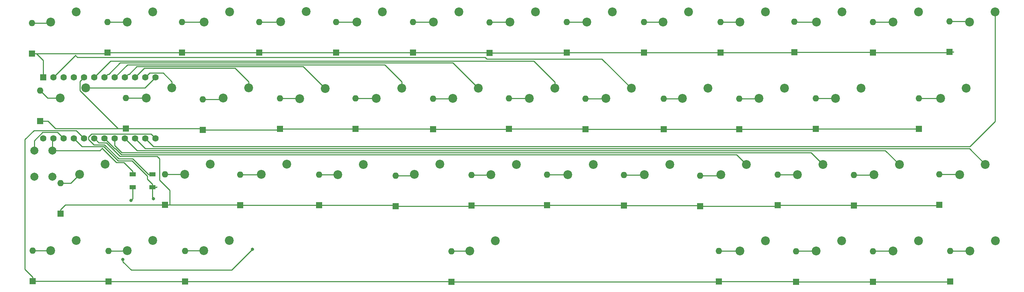
<source format=gtl>
G04 #@! TF.GenerationSoftware,KiCad,Pcbnew,(5.0.2)-1*
G04 #@! TF.CreationDate,2019-01-23T12:21:28-05:00*
G04 #@! TF.ProjectId,TG4x,54473478-2e6b-4696-9361-645f70636258,rev?*
G04 #@! TF.SameCoordinates,Original*
G04 #@! TF.FileFunction,Copper,L1,Top*
G04 #@! TF.FilePolarity,Positive*
%FSLAX46Y46*%
G04 Gerber Fmt 4.6, Leading zero omitted, Abs format (unit mm)*
G04 Created by KiCad (PCBNEW (5.0.2)-1) date 1/23/2019 12:21:28 PM*
%MOMM*%
%LPD*%
G01*
G04 APERTURE LIST*
G04 #@! TA.AperFunction,ComponentPad*
%ADD10C,2.200000*%
G04 #@! TD*
G04 #@! TA.AperFunction,ComponentPad*
%ADD11C,2.000000*%
G04 #@! TD*
G04 #@! TA.AperFunction,ComponentPad*
%ADD12R,1.600000X1.600000*%
G04 #@! TD*
G04 #@! TA.AperFunction,ComponentPad*
%ADD13C,1.600000*%
G04 #@! TD*
G04 #@! TA.AperFunction,ComponentPad*
%ADD14O,1.600000X1.600000*%
G04 #@! TD*
G04 #@! TA.AperFunction,SMDPad,CuDef*
%ADD15R,1.500000X1.000000*%
G04 #@! TD*
G04 #@! TA.AperFunction,ViaPad*
%ADD16C,0.800000*%
G04 #@! TD*
G04 #@! TA.AperFunction,Conductor*
%ADD17C,0.250000*%
G04 #@! TD*
G04 APERTURE END LIST*
D10*
G04 #@! TO.P,SW12,1*
G04 #@! TO.N,Net-(SW10-Pad1)*
X89585800Y-81356200D03*
G04 #@! TO.P,SW12,2*
G04 #@! TO.N,Net-(D12-Pad2)*
X83235800Y-83896200D03*
G04 #@! TD*
D11*
G04 #@! TO.P,SW46,2*
G04 #@! TO.N,Net-(SW46-Pad2)*
X26742000Y-77978000D03*
G04 #@! TO.P,SW46,1*
G04 #@! TO.N,Net-(D46-Pad1)*
X31242000Y-77978000D03*
G04 #@! TO.P,SW46,2*
G04 #@! TO.N,Net-(SW46-Pad2)*
X26742000Y-84478000D03*
G04 #@! TO.P,SW46,1*
G04 #@! TO.N,Net-(D46-Pad1)*
X31242000Y-84478000D03*
G04 #@! TD*
D10*
G04 #@! TO.P,SW4,1*
G04 #@! TO.N,Net-(SW1-Pad1)*
X44323000Y-81356200D03*
G04 #@! TO.P,SW4,2*
G04 #@! TO.N,Net-(D4-Pad2)*
X37973000Y-83896200D03*
G04 #@! TD*
G04 #@! TO.P,SW3,1*
G04 #@! TO.N,Net-(SW1-Pad1)*
X39547800Y-62306200D03*
G04 #@! TO.P,SW3,2*
G04 #@! TO.N,Net-(D3-Pad2)*
X33197800Y-64846200D03*
G04 #@! TD*
D12*
G04 #@! TO.P,U1,1*
G04 #@! TO.N,Net-(D1-Pad1)*
X28956000Y-59690000D03*
D13*
G04 #@! TO.P,U1,2*
G04 #@! TO.N,Net-(SW26-Pad1)*
X31496000Y-59690000D03*
G04 #@! TO.P,U1,3*
G04 #@! TO.N,Net-(U1-Pad3)*
X34036000Y-59690000D03*
G04 #@! TO.P,U1,4*
G04 #@! TO.N,Net-(U1-Pad4)*
X36576000Y-59690000D03*
G04 #@! TO.P,U1,5*
G04 #@! TO.N,Net-(D11-Pad1)*
X39116000Y-59690000D03*
G04 #@! TO.P,U1,6*
G04 #@! TO.N,Net-(SW23-Pad1)*
X41656000Y-59690000D03*
G04 #@! TO.P,U1,7*
G04 #@! TO.N,Net-(SW19-Pad1)*
X44196000Y-59690000D03*
G04 #@! TO.P,U1,8*
G04 #@! TO.N,Net-(SW16-Pad1)*
X46736000Y-59690000D03*
G04 #@! TO.P,U1,9*
G04 #@! TO.N,Net-(SW13-Pad1)*
X49276000Y-59690000D03*
G04 #@! TO.P,U1,10*
G04 #@! TO.N,Net-(SW10-Pad1)*
X51816000Y-59690000D03*
G04 #@! TO.P,U1,11*
G04 #@! TO.N,Net-(SW5-Pad1)*
X54356000Y-59690000D03*
G04 #@! TO.P,U1,12*
G04 #@! TO.N,Net-(SW1-Pad1)*
X56896000Y-59690000D03*
G04 #@! TO.P,U1,13*
G04 #@! TO.N,Net-(D46-Pad4)*
X56896000Y-74930000D03*
G04 #@! TO.P,U1,14*
G04 #@! TO.N,Net-(SW45-Pad1)*
X54356000Y-74930000D03*
G04 #@! TO.P,U1,15*
G04 #@! TO.N,Net-(SW41-Pad1)*
X51816000Y-74930000D03*
G04 #@! TO.P,U1,16*
G04 #@! TO.N,Net-(SW37-Pad1)*
X49276000Y-74930000D03*
G04 #@! TO.P,U1,17*
G04 #@! TO.N,Net-(SW33-Pad1)*
X46736000Y-74930000D03*
G04 #@! TO.P,U1,18*
G04 #@! TO.N,Net-(SW29-Pad1)*
X44196000Y-74930000D03*
G04 #@! TO.P,U1,19*
G04 #@! TO.N,Net-(D12-Pad1)*
X41656000Y-74930000D03*
G04 #@! TO.P,U1,20*
G04 #@! TO.N,Net-(D10-Pad1)*
X39116000Y-74930000D03*
G04 #@! TO.P,U1,21*
G04 #@! TO.N,Net-(D46-Pad3)*
X36576000Y-74930000D03*
G04 #@! TO.P,U1,22*
G04 #@! TO.N,Net-(SW46-Pad2)*
X34036000Y-74930000D03*
G04 #@! TO.P,U1,23*
G04 #@! TO.N,Net-(D46-Pad1)*
X31496000Y-74930000D03*
G04 #@! TO.P,U1,24*
G04 #@! TO.N,Net-(U1-Pad24)*
X28956000Y-74930000D03*
G04 #@! TD*
D12*
G04 #@! TO.P,D7,1*
G04 #@! TO.N,Net-(D11-Pad1)*
X49530000Y-72466200D03*
D14*
G04 #@! TO.P,D7,2*
G04 #@! TO.N,Net-(D7-Pad2)*
X49530000Y-64846200D03*
G04 #@! TD*
G04 #@! TO.P,D39,2*
G04 #@! TO.N,Net-(D39-Pad2)*
X230733600Y-84099400D03*
D12*
G04 #@! TO.P,D39,1*
G04 #@! TO.N,Net-(D12-Pad1)*
X230733600Y-91719400D03*
G04 #@! TD*
G04 #@! TO.P,D1,1*
G04 #@! TO.N,Net-(D1-Pad1)*
X26187400Y-53771800D03*
D14*
G04 #@! TO.P,D1,2*
G04 #@! TO.N,Net-(D1-Pad2)*
X26187400Y-46151800D03*
G04 #@! TD*
D12*
G04 #@! TO.P,D6,1*
G04 #@! TO.N,Net-(D10-Pad1)*
X45237400Y-110617000D03*
D14*
G04 #@! TO.P,D6,2*
G04 #@! TO.N,Net-(D6-Pad2)*
X45237400Y-102997000D03*
G04 #@! TD*
D12*
G04 #@! TO.P,D8,1*
G04 #@! TO.N,Net-(D12-Pad1)*
X59258200Y-91541600D03*
D14*
G04 #@! TO.P,D8,2*
G04 #@! TO.N,Net-(D8-Pad2)*
X59258200Y-83921600D03*
G04 #@! TD*
G04 #@! TO.P,D10,2*
G04 #@! TO.N,Net-(D10-Pad2)*
X64236600Y-102997000D03*
D12*
G04 #@! TO.P,D10,1*
G04 #@! TO.N,Net-(D10-Pad1)*
X64236600Y-110617000D03*
G04 #@! TD*
D14*
G04 #@! TO.P,D2,2*
G04 #@! TO.N,Net-(D2-Pad2)*
X26289000Y-102946200D03*
D12*
G04 #@! TO.P,D2,1*
G04 #@! TO.N,Net-(D10-Pad1)*
X26289000Y-110566200D03*
G04 #@! TD*
D14*
G04 #@! TO.P,D43,2*
G04 #@! TO.N,Net-(D43-Pad2)*
X251993400Y-83921600D03*
D12*
G04 #@! TO.P,D43,1*
G04 #@! TO.N,Net-(D12-Pad1)*
X251993400Y-91541600D03*
G04 #@! TD*
D14*
G04 #@! TO.P,D42,2*
G04 #@! TO.N,Net-(D42-Pad2)*
X246913400Y-64947800D03*
D12*
G04 #@! TO.P,D42,1*
G04 #@! TO.N,Net-(D11-Pad1)*
X246913400Y-72567800D03*
G04 #@! TD*
D10*
G04 #@! TO.P,SW38,1*
G04 #@! TO.N,Net-(SW37-Pad1)*
X232486200Y-62407800D03*
G04 #@! TO.P,SW38,2*
G04 #@! TO.N,Net-(D38-Pad2)*
X226136200Y-64947800D03*
G04 #@! TD*
D12*
G04 #@! TO.P,D38,1*
G04 #@! TO.N,Net-(D11-Pad1)*
X221183200Y-72567800D03*
D14*
G04 #@! TO.P,D38,2*
G04 #@! TO.N,Net-(D38-Pad2)*
X221183200Y-64947800D03*
G04 #@! TD*
D12*
G04 #@! TO.P,D4,1*
G04 #@! TO.N,Net-(D12-Pad1)*
X33274000Y-93726000D03*
D14*
G04 #@! TO.P,D4,2*
G04 #@! TO.N,Net-(D4-Pad2)*
X33274000Y-86106000D03*
G04 #@! TD*
G04 #@! TO.P,D5,2*
G04 #@! TO.N,Net-(D5-Pad2)*
X44932600Y-45923200D03*
D12*
G04 #@! TO.P,D5,1*
G04 #@! TO.N,Net-(D1-Pad1)*
X44932600Y-53543200D03*
G04 #@! TD*
D10*
G04 #@! TO.P,SW2,2*
G04 #@! TO.N,Net-(D2-Pad2)*
X30810200Y-102946200D03*
G04 #@! TO.P,SW2,1*
G04 #@! TO.N,Net-(SW1-Pad1)*
X37160200Y-100406200D03*
G04 #@! TD*
G04 #@! TO.P,SW37,2*
G04 #@! TO.N,Net-(D37-Pad2)*
X221361000Y-45872400D03*
G04 #@! TO.P,SW37,1*
G04 #@! TO.N,Net-(SW37-Pad1)*
X227711000Y-43332400D03*
G04 #@! TD*
D14*
G04 #@! TO.P,D3,2*
G04 #@! TO.N,Net-(D3-Pad2)*
X28219400Y-62992000D03*
D12*
G04 #@! TO.P,D3,1*
G04 #@! TO.N,Net-(D11-Pad1)*
X28219400Y-70612000D03*
G04 #@! TD*
G04 #@! TO.P,D9,1*
G04 #@! TO.N,Net-(D1-Pad1)*
X63500000Y-53467000D03*
D14*
G04 #@! TO.P,D9,2*
G04 #@! TO.N,Net-(D9-Pad2)*
X63500000Y-45847000D03*
G04 #@! TD*
G04 #@! TO.P,D11,2*
G04 #@! TO.N,Net-(D11-Pad2)*
X68681600Y-65176400D03*
D12*
G04 #@! TO.P,D11,1*
G04 #@! TO.N,Net-(D11-Pad1)*
X68681600Y-72796400D03*
G04 #@! TD*
G04 #@! TO.P,D13,1*
G04 #@! TO.N,Net-(D1-Pad1)*
X82727800Y-53467000D03*
D14*
G04 #@! TO.P,D13,2*
G04 #@! TO.N,Net-(D13-Pad2)*
X82727800Y-45847000D03*
G04 #@! TD*
D12*
G04 #@! TO.P,D15,1*
G04 #@! TO.N,Net-(D12-Pad1)*
X97637600Y-91643200D03*
D14*
G04 #@! TO.P,D15,2*
G04 #@! TO.N,Net-(D15-Pad2)*
X97637600Y-84023200D03*
G04 #@! TD*
G04 #@! TO.P,D16,2*
G04 #@! TO.N,Net-(D16-Pad2)*
X101828600Y-45897800D03*
D12*
G04 #@! TO.P,D16,1*
G04 #@! TO.N,Net-(D1-Pad1)*
X101828600Y-53517800D03*
G04 #@! TD*
G04 #@! TO.P,D17,1*
G04 #@! TO.N,Net-(D11-Pad1)*
X106705400Y-72593200D03*
D14*
G04 #@! TO.P,D17,2*
G04 #@! TO.N,Net-(D17-Pad2)*
X106705400Y-64973200D03*
G04 #@! TD*
G04 #@! TO.P,D18,2*
G04 #@! TO.N,Net-(D18-Pad2)*
X116636800Y-84251800D03*
D12*
G04 #@! TO.P,D18,1*
G04 #@! TO.N,Net-(D12-Pad1)*
X116636800Y-91871800D03*
G04 #@! TD*
G04 #@! TO.P,D19,1*
G04 #@! TO.N,Net-(D1-Pad1)*
X121005600Y-53492400D03*
D14*
G04 #@! TO.P,D19,2*
G04 #@! TO.N,Net-(D19-Pad2)*
X121005600Y-45872400D03*
G04 #@! TD*
G04 #@! TO.P,D22,2*
G04 #@! TO.N,Net-(D22-Pad2)*
X130556000Y-103124000D03*
D12*
G04 #@! TO.P,D22,1*
G04 #@! TO.N,Net-(D10-Pad1)*
X130556000Y-110744000D03*
G04 #@! TD*
D14*
G04 #@! TO.P,D12,2*
G04 #@! TO.N,Net-(D12-Pad2)*
X78003400Y-83997800D03*
D12*
G04 #@! TO.P,D12,1*
G04 #@! TO.N,Net-(D12-Pad1)*
X78003400Y-91617800D03*
G04 #@! TD*
G04 #@! TO.P,D23,1*
G04 #@! TO.N,Net-(D1-Pad1)*
X140030200Y-53594000D03*
D14*
G04 #@! TO.P,D23,2*
G04 #@! TO.N,Net-(D23-Pad2)*
X140030200Y-45974000D03*
G04 #@! TD*
G04 #@! TO.P,D14,2*
G04 #@! TO.N,Net-(D14-Pad2)*
X87884000Y-64922400D03*
D12*
G04 #@! TO.P,D14,1*
G04 #@! TO.N,Net-(D11-Pad1)*
X87884000Y-72542400D03*
G04 #@! TD*
G04 #@! TO.P,D25,1*
G04 #@! TO.N,Net-(D12-Pad1)*
X154305000Y-91617800D03*
D14*
G04 #@! TO.P,D25,2*
G04 #@! TO.N,Net-(D25-Pad2)*
X154305000Y-83997800D03*
G04 #@! TD*
G04 #@! TO.P,D26,2*
G04 #@! TO.N,Net-(D26-Pad2)*
X159232600Y-45897800D03*
D12*
G04 #@! TO.P,D26,1*
G04 #@! TO.N,Net-(D1-Pad1)*
X159232600Y-53517800D03*
G04 #@! TD*
D14*
G04 #@! TO.P,D20,2*
G04 #@! TO.N,Net-(D20-Pad2)*
X125933200Y-64998600D03*
D12*
G04 #@! TO.P,D20,1*
G04 #@! TO.N,Net-(D11-Pad1)*
X125933200Y-72618600D03*
G04 #@! TD*
G04 #@! TO.P,D21,1*
G04 #@! TO.N,Net-(D12-Pad1)*
X135509000Y-91694000D03*
D14*
G04 #@! TO.P,D21,2*
G04 #@! TO.N,Net-(D21-Pad2)*
X135509000Y-84074000D03*
G04 #@! TD*
D12*
G04 #@! TO.P,D27,1*
G04 #@! TO.N,Net-(D11-Pad1)*
X163931600Y-72618600D03*
D14*
G04 #@! TO.P,D27,2*
G04 #@! TO.N,Net-(D27-Pad2)*
X163931600Y-64998600D03*
G04 #@! TD*
G04 #@! TO.P,D28,2*
G04 #@! TO.N,Net-(D28-Pad2)*
X173507400Y-84074000D03*
D12*
G04 #@! TO.P,D28,1*
G04 #@! TO.N,Net-(D12-Pad1)*
X173507400Y-91694000D03*
G04 #@! TD*
D14*
G04 #@! TO.P,D24,2*
G04 #@! TO.N,Net-(D24-Pad2)*
X144856200Y-64973200D03*
D12*
G04 #@! TO.P,D24,1*
G04 #@! TO.N,Net-(D11-Pad1)*
X144856200Y-72593200D03*
G04 #@! TD*
D14*
G04 #@! TO.P,D36,2*
G04 #@! TO.N,Net-(D36-Pad2)*
X216331800Y-103124000D03*
D12*
G04 #@! TO.P,D36,1*
G04 #@! TO.N,Net-(D10-Pad1)*
X216331800Y-110744000D03*
G04 #@! TD*
G04 #@! TO.P,D37,1*
G04 #@! TO.N,Net-(D1-Pad1)*
X215849200Y-53390800D03*
D14*
G04 #@! TO.P,D37,2*
G04 #@! TO.N,Net-(D37-Pad2)*
X215849200Y-45770800D03*
G04 #@! TD*
D12*
G04 #@! TO.P,D31,1*
G04 #@! TO.N,Net-(D12-Pad1)*
X192405000Y-91871800D03*
D14*
G04 #@! TO.P,D31,2*
G04 #@! TO.N,Net-(D31-Pad2)*
X192405000Y-84251800D03*
G04 #@! TD*
D12*
G04 #@! TO.P,D29,1*
G04 #@! TO.N,Net-(D1-Pad1)*
X178460400Y-53492400D03*
D14*
G04 #@! TO.P,D29,2*
G04 #@! TO.N,Net-(D29-Pad2)*
X178460400Y-45872400D03*
G04 #@! TD*
G04 #@! TO.P,D34,2*
G04 #@! TO.N,Net-(D34-Pad2)*
X202209400Y-64998600D03*
D12*
G04 #@! TO.P,D34,1*
G04 #@! TO.N,Net-(D11-Pad1)*
X202209400Y-72618600D03*
G04 #@! TD*
D14*
G04 #@! TO.P,D33,2*
G04 #@! TO.N,Net-(D33-Pad2)*
X197485000Y-45923200D03*
D12*
G04 #@! TO.P,D33,1*
G04 #@! TO.N,Net-(D1-Pad1)*
X197485000Y-53543200D03*
G04 #@! TD*
G04 #@! TO.P,D30,1*
G04 #@! TO.N,Net-(D11-Pad1)*
X183388000Y-72618600D03*
D14*
G04 #@! TO.P,D30,2*
G04 #@! TO.N,Net-(D30-Pad2)*
X183388000Y-64998600D03*
G04 #@! TD*
D12*
G04 #@! TO.P,D35,1*
G04 #@! TO.N,Net-(D12-Pad1)*
X211759800Y-91592400D03*
D14*
G04 #@! TO.P,D35,2*
G04 #@! TO.N,Net-(D35-Pad2)*
X211759800Y-83972400D03*
G04 #@! TD*
G04 #@! TO.P,D32,2*
G04 #@! TO.N,Net-(D32-Pad2)*
X197129400Y-102997000D03*
D12*
G04 #@! TO.P,D32,1*
G04 #@! TO.N,Net-(D10-Pad1)*
X197129400Y-110617000D03*
G04 #@! TD*
D15*
G04 #@! TO.P,D46,3*
G04 #@! TO.N,Net-(D46-Pad3)*
X56134000Y-87122000D03*
G04 #@! TO.P,D46,4*
G04 #@! TO.N,Net-(D46-Pad4)*
X56134000Y-83922000D03*
G04 #@! TO.P,D46,2*
G04 #@! TO.N,Net-(D46-Pad2)*
X51234000Y-87122000D03*
G04 #@! TO.P,D46,1*
G04 #@! TO.N,Net-(D46-Pad1)*
X51234000Y-83922000D03*
G04 #@! TD*
D10*
G04 #@! TO.P,SW22,2*
G04 #@! TO.N,Net-(D22-Pad2)*
X135128000Y-103073200D03*
G04 #@! TO.P,SW22,1*
G04 #@! TO.N,Net-(SW19-Pad1)*
X141478000Y-100533200D03*
G04 #@! TD*
G04 #@! TO.P,SW20,2*
G04 #@! TO.N,Net-(D20-Pad2)*
X130860800Y-64922400D03*
G04 #@! TO.P,SW20,1*
G04 #@! TO.N,Net-(SW19-Pad1)*
X137210800Y-62382400D03*
G04 #@! TD*
G04 #@! TO.P,SW11,2*
G04 #@! TO.N,Net-(D11-Pad2)*
X73710800Y-64846200D03*
G04 #@! TO.P,SW11,1*
G04 #@! TO.N,Net-(SW10-Pad1)*
X80060800Y-62306200D03*
G04 #@! TD*
G04 #@! TO.P,SW15,1*
G04 #@! TO.N,Net-(SW13-Pad1)*
X108635800Y-81432400D03*
G04 #@! TO.P,SW15,2*
G04 #@! TO.N,Net-(D15-Pad2)*
X102285800Y-83972400D03*
G04 #@! TD*
G04 #@! TO.P,SW14,2*
G04 #@! TO.N,Net-(D14-Pad2)*
X92760800Y-64998600D03*
G04 #@! TO.P,SW14,1*
G04 #@! TO.N,Net-(SW13-Pad1)*
X99110800Y-62458600D03*
G04 #@! TD*
G04 #@! TO.P,SW18,2*
G04 #@! TO.N,Net-(D18-Pad2)*
X121310400Y-83870800D03*
G04 #@! TO.P,SW18,1*
G04 #@! TO.N,Net-(SW16-Pad1)*
X127660400Y-81330800D03*
G04 #@! TD*
G04 #@! TO.P,SW21,1*
G04 #@! TO.N,Net-(SW19-Pad1)*
X146710400Y-81432400D03*
G04 #@! TO.P,SW21,2*
G04 #@! TO.N,Net-(D21-Pad2)*
X140360400Y-83972400D03*
G04 #@! TD*
G04 #@! TO.P,SW36,1*
G04 #@! TO.N,Net-(SW33-Pad1)*
X227660200Y-100507800D03*
G04 #@! TO.P,SW36,2*
G04 #@! TO.N,Net-(D36-Pad2)*
X221310200Y-103047800D03*
G04 #@! TD*
D12*
G04 #@! TO.P,D41,1*
G04 #@! TO.N,Net-(D1-Pad1)*
X235483400Y-53543200D03*
D14*
G04 #@! TO.P,D41,2*
G04 #@! TO.N,Net-(D41-Pad2)*
X235483400Y-45923200D03*
G04 #@! TD*
D12*
G04 #@! TO.P,D44,1*
G04 #@! TO.N,Net-(D10-Pad1)*
X254635000Y-110617000D03*
D14*
G04 #@! TO.P,D44,2*
G04 #@! TO.N,Net-(D44-Pad2)*
X254635000Y-102997000D03*
G04 #@! TD*
D10*
G04 #@! TO.P,SW19,1*
G04 #@! TO.N,Net-(SW19-Pad1)*
X132384800Y-43307000D03*
G04 #@! TO.P,SW19,2*
G04 #@! TO.N,Net-(D19-Pad2)*
X126034800Y-45847000D03*
G04 #@! TD*
G04 #@! TO.P,SW27,1*
G04 #@! TO.N,Net-(SW26-Pad1)*
X175310800Y-62433200D03*
G04 #@! TO.P,SW27,2*
G04 #@! TO.N,Net-(D27-Pad2)*
X168960800Y-64973200D03*
G04 #@! TD*
G04 #@! TO.P,SW40,1*
G04 #@! TO.N,Net-(SW37-Pad1)*
X246786400Y-100507800D03*
G04 #@! TO.P,SW40,2*
G04 #@! TO.N,Net-(D40-Pad2)*
X240436400Y-103047800D03*
G04 #@! TD*
G04 #@! TO.P,SW33,2*
G04 #@! TO.N,Net-(D33-Pad2)*
X202311000Y-45872400D03*
G04 #@! TO.P,SW33,1*
G04 #@! TO.N,Net-(SW33-Pad1)*
X208661000Y-43332400D03*
G04 #@! TD*
D12*
G04 #@! TO.P,D45,1*
G04 #@! TO.N,Net-(D1-Pad1)*
X254457200Y-53365400D03*
D14*
G04 #@! TO.P,D45,2*
G04 #@! TO.N,Net-(D45-Pad2)*
X254457200Y-45745400D03*
G04 #@! TD*
D10*
G04 #@! TO.P,SW9,2*
G04 #@! TO.N,Net-(D9-Pad2)*
X68961000Y-45897800D03*
G04 #@! TO.P,SW9,1*
G04 #@! TO.N,Net-(SW10-Pad1)*
X75311000Y-43357800D03*
G04 #@! TD*
G04 #@! TO.P,SW8,1*
G04 #@! TO.N,Net-(SW5-Pad1)*
X70510400Y-81330800D03*
G04 #@! TO.P,SW8,2*
G04 #@! TO.N,Net-(D8-Pad2)*
X64160400Y-83870800D03*
G04 #@! TD*
G04 #@! TO.P,SW30,2*
G04 #@! TO.N,Net-(D30-Pad2)*
X188036200Y-64947800D03*
G04 #@! TO.P,SW30,1*
G04 #@! TO.N,Net-(SW29-Pad1)*
X194386200Y-62407800D03*
G04 #@! TD*
G04 #@! TO.P,SW32,1*
G04 #@! TO.N,Net-(SW29-Pad1)*
X208661000Y-100457000D03*
G04 #@! TO.P,SW32,2*
G04 #@! TO.N,Net-(D32-Pad2)*
X202311000Y-102997000D03*
G04 #@! TD*
G04 #@! TO.P,SW17,1*
G04 #@! TO.N,Net-(SW16-Pad1)*
X118186200Y-62357000D03*
G04 #@! TO.P,SW17,2*
G04 #@! TO.N,Net-(D17-Pad2)*
X111836200Y-64897000D03*
G04 #@! TD*
G04 #@! TO.P,SW31,1*
G04 #@! TO.N,Net-(SW29-Pad1)*
X203936600Y-81432400D03*
G04 #@! TO.P,SW31,2*
G04 #@! TO.N,Net-(D31-Pad2)*
X197586600Y-83972400D03*
G04 #@! TD*
G04 #@! TO.P,SW16,2*
G04 #@! TO.N,Net-(D16-Pad2)*
X106984800Y-45923200D03*
G04 #@! TO.P,SW16,1*
G04 #@! TO.N,Net-(SW16-Pad1)*
X113334800Y-43383200D03*
G04 #@! TD*
G04 #@! TO.P,SW28,2*
G04 #@! TO.N,Net-(D28-Pad2)*
X178562000Y-83997800D03*
G04 #@! TO.P,SW28,1*
G04 #@! TO.N,Net-(SW26-Pad1)*
X184912000Y-81457800D03*
G04 #@! TD*
D14*
G04 #@! TO.P,D40,2*
G04 #@! TO.N,Net-(D40-Pad2)*
X235458000Y-103124000D03*
D12*
G04 #@! TO.P,D40,1*
G04 #@! TO.N,Net-(D10-Pad1)*
X235458000Y-110744000D03*
G04 #@! TD*
D10*
G04 #@! TO.P,SW7,2*
G04 #@! TO.N,Net-(D7-Pad2)*
X54635400Y-64846200D03*
G04 #@! TO.P,SW7,1*
G04 #@! TO.N,Net-(SW5-Pad1)*
X60985400Y-62306200D03*
G04 #@! TD*
G04 #@! TO.P,SW10,2*
G04 #@! TO.N,Net-(D10-Pad2)*
X68910200Y-102946200D03*
G04 #@! TO.P,SW10,1*
G04 #@! TO.N,Net-(SW10-Pad1)*
X75260200Y-100406200D03*
G04 #@! TD*
G04 #@! TO.P,SW35,2*
G04 #@! TO.N,Net-(D35-Pad2)*
X216611200Y-83947000D03*
G04 #@! TO.P,SW35,1*
G04 #@! TO.N,Net-(SW33-Pad1)*
X222961200Y-81407000D03*
G04 #@! TD*
G04 #@! TO.P,SW24,2*
G04 #@! TO.N,Net-(D24-Pad2)*
X149910800Y-64947800D03*
G04 #@! TO.P,SW24,1*
G04 #@! TO.N,Net-(SW23-Pad1)*
X156260800Y-62407800D03*
G04 #@! TD*
G04 #@! TO.P,SW5,1*
G04 #@! TO.N,Net-(SW5-Pad1)*
X56184800Y-43357800D03*
G04 #@! TO.P,SW5,2*
G04 #@! TO.N,Net-(D5-Pad2)*
X49834800Y-45897800D03*
G04 #@! TD*
G04 #@! TO.P,SW13,1*
G04 #@! TO.N,Net-(SW13-Pad1)*
X94361000Y-43230800D03*
G04 #@! TO.P,SW13,2*
G04 #@! TO.N,Net-(D13-Pad2)*
X88011000Y-45770800D03*
G04 #@! TD*
G04 #@! TO.P,SW1,1*
G04 #@! TO.N,Net-(SW1-Pad1)*
X37160200Y-43307000D03*
G04 #@! TO.P,SW1,2*
G04 #@! TO.N,Net-(D1-Pad2)*
X30810200Y-45847000D03*
G04 #@! TD*
G04 #@! TO.P,SW26,2*
G04 #@! TO.N,Net-(D26-Pad2)*
X164236400Y-45923200D03*
G04 #@! TO.P,SW26,1*
G04 #@! TO.N,Net-(SW26-Pad1)*
X170586400Y-43383200D03*
G04 #@! TD*
G04 #@! TO.P,SW29,1*
G04 #@! TO.N,Net-(SW29-Pad1)*
X189585600Y-43307000D03*
G04 #@! TO.P,SW29,2*
G04 #@! TO.N,Net-(D29-Pad2)*
X183235600Y-45847000D03*
G04 #@! TD*
G04 #@! TO.P,SW43,2*
G04 #@! TO.N,Net-(D43-Pad2)*
X257073400Y-83947000D03*
G04 #@! TO.P,SW43,1*
G04 #@! TO.N,Net-(SW41-Pad1)*
X263423400Y-81407000D03*
G04 #@! TD*
G04 #@! TO.P,SW41,2*
G04 #@! TO.N,Net-(D41-Pad2)*
X240411000Y-45897800D03*
G04 #@! TO.P,SW41,1*
G04 #@! TO.N,Net-(SW41-Pad1)*
X246761000Y-43357800D03*
G04 #@! TD*
G04 #@! TO.P,SW23,1*
G04 #@! TO.N,Net-(SW23-Pad1)*
X151485600Y-43332400D03*
G04 #@! TO.P,SW23,2*
G04 #@! TO.N,Net-(D23-Pad2)*
X145135600Y-45872400D03*
G04 #@! TD*
G04 #@! TO.P,SW25,1*
G04 #@! TO.N,Net-(SW23-Pad1)*
X165862000Y-81432400D03*
G04 #@! TO.P,SW25,2*
G04 #@! TO.N,Net-(D25-Pad2)*
X159512000Y-83972400D03*
G04 #@! TD*
G04 #@! TO.P,SW34,1*
G04 #@! TO.N,Net-(SW33-Pad1)*
X213436200Y-62357000D03*
G04 #@! TO.P,SW34,2*
G04 #@! TO.N,Net-(D34-Pad2)*
X207086200Y-64897000D03*
G04 #@! TD*
G04 #@! TO.P,SW39,2*
G04 #@! TO.N,Net-(D39-Pad2)*
X235686600Y-84023200D03*
G04 #@! TO.P,SW39,1*
G04 #@! TO.N,Net-(SW37-Pad1)*
X242036600Y-81483200D03*
G04 #@! TD*
G04 #@! TO.P,SW42,2*
G04 #@! TO.N,Net-(D42-Pad2)*
X252323600Y-64922400D03*
G04 #@! TO.P,SW42,1*
G04 #@! TO.N,Net-(SW41-Pad1)*
X258673600Y-62382400D03*
G04 #@! TD*
G04 #@! TO.P,SW45,1*
G04 #@! TO.N,Net-(SW45-Pad1)*
X265836400Y-43357800D03*
G04 #@! TO.P,SW45,2*
G04 #@! TO.N,Net-(D45-Pad2)*
X259486400Y-45897800D03*
G04 #@! TD*
G04 #@! TO.P,SW44,2*
G04 #@! TO.N,Net-(D44-Pad2)*
X259537200Y-103022400D03*
G04 #@! TO.P,SW44,1*
G04 #@! TO.N,Net-(SW41-Pad1)*
X265887200Y-100482400D03*
G04 #@! TD*
G04 #@! TO.P,SW6,1*
G04 #@! TO.N,Net-(SW5-Pad1)*
X56197500Y-100393500D03*
G04 #@! TO.P,SW6,2*
G04 #@! TO.N,Net-(D6-Pad2)*
X49847500Y-102933500D03*
G04 #@! TD*
D16*
G04 #@! TO.N,Net-(D46-Pad3)*
X56388000Y-90030000D03*
G04 #@! TO.N,Net-(D46-Pad2)*
X50800000Y-90424000D03*
G04 #@! TO.N,Net-(D46-Pad1)*
X48768000Y-105156000D03*
X81026000Y-102616000D03*
G04 #@! TD*
D17*
G04 #@! TO.N,Net-(D1-Pad1)*
X44704000Y-53771800D02*
X44932600Y-53543200D01*
X26187400Y-53771800D02*
X44704000Y-53771800D01*
X63423800Y-53543200D02*
X63500000Y-53467000D01*
X44932600Y-53543200D02*
X63423800Y-53543200D01*
X63500000Y-53467000D02*
X82727800Y-53467000D01*
X101777800Y-53467000D02*
X101828600Y-53517800D01*
X82727800Y-53467000D02*
X101777800Y-53467000D01*
X120980200Y-53517800D02*
X121005600Y-53492400D01*
X101828600Y-53517800D02*
X120980200Y-53517800D01*
X139928600Y-53492400D02*
X140030200Y-53594000D01*
X121005600Y-53492400D02*
X139928600Y-53492400D01*
X159156400Y-53594000D02*
X159232600Y-53517800D01*
X140030200Y-53594000D02*
X159156400Y-53594000D01*
X178435000Y-53517800D02*
X178460400Y-53492400D01*
X159232600Y-53517800D02*
X178435000Y-53517800D01*
X197434200Y-53492400D02*
X197485000Y-53543200D01*
X178460400Y-53492400D02*
X197434200Y-53492400D01*
X215696800Y-53543200D02*
X215849200Y-53390800D01*
X197485000Y-53543200D02*
X215696800Y-53543200D01*
X215849200Y-53390800D02*
X235331000Y-53390800D01*
X255507200Y-53365400D02*
X254457200Y-53365400D01*
X235483400Y-53543200D02*
X254279400Y-53543200D01*
X254279400Y-53543200D02*
X254457200Y-53365400D01*
X235331000Y-53390800D02*
X235483400Y-53543200D01*
X27237400Y-53771800D02*
X26187400Y-53771800D01*
X28956000Y-55490400D02*
X27237400Y-53771800D01*
X28956000Y-59690000D02*
X28956000Y-55490400D01*
G04 #@! TO.N,Net-(D1-Pad2)*
X30505400Y-46151800D02*
X30810200Y-45847000D01*
X26187400Y-46151800D02*
X30505400Y-46151800D01*
G04 #@! TO.N,Net-(D10-Pad1)*
X45186600Y-110566200D02*
X45237400Y-110617000D01*
X26289000Y-110566200D02*
X45186600Y-110566200D01*
X45237400Y-110617000D02*
X64236600Y-110617000D01*
X197053200Y-110693200D02*
X197129400Y-110617000D01*
X216204800Y-110617000D02*
X216331800Y-110744000D01*
X197129400Y-110617000D02*
X216204800Y-110617000D01*
X217381800Y-110744000D02*
X235458000Y-110744000D01*
X216331800Y-110744000D02*
X217381800Y-110744000D01*
X254508000Y-110744000D02*
X254635000Y-110617000D01*
X235458000Y-110744000D02*
X254508000Y-110744000D01*
X39116000Y-74930000D02*
X37990999Y-73804999D01*
X26289000Y-110566200D02*
X26289000Y-109516200D01*
X38316001Y-74130001D02*
X39116000Y-74930000D01*
X26289000Y-109516200D02*
X24384000Y-107611200D01*
X24384000Y-107611200D02*
X24384000Y-75184000D01*
X24384000Y-75184000D02*
X26626391Y-72941609D01*
X26626391Y-72941609D02*
X37127609Y-72941609D01*
X37127609Y-72941609D02*
X38316001Y-74130001D01*
X130429000Y-110617000D02*
X130556000Y-110744000D01*
X64236600Y-110617000D02*
X130429000Y-110617000D01*
X197002400Y-110744000D02*
X197129400Y-110617000D01*
X130556000Y-110744000D02*
X197002400Y-110744000D01*
G04 #@! TO.N,Net-(D2-Pad2)*
X29254566Y-102946200D02*
X26289000Y-102946200D01*
X30810200Y-102946200D02*
X29254566Y-102946200D01*
G04 #@! TO.N,Net-(D3-Pad2)*
X33172400Y-64871600D02*
X33197800Y-64846200D01*
X30073600Y-64846200D02*
X28219400Y-62992000D01*
X33197800Y-64846200D02*
X30073600Y-64846200D01*
G04 #@! TO.N,Net-(D11-Pad1)*
X49504600Y-72491600D02*
X49530000Y-72466200D01*
X68351400Y-72466200D02*
X68681600Y-72796400D01*
X49530000Y-72466200D02*
X68351400Y-72466200D01*
X87630000Y-72796400D02*
X87884000Y-72542400D01*
X68681600Y-72796400D02*
X87630000Y-72796400D01*
X106654600Y-72542400D02*
X106705400Y-72593200D01*
X87884000Y-72542400D02*
X106654600Y-72542400D01*
X125907800Y-72593200D02*
X125933200Y-72618600D01*
X106705400Y-72593200D02*
X125907800Y-72593200D01*
X144830800Y-72618600D02*
X144856200Y-72593200D01*
X125933200Y-72618600D02*
X144830800Y-72618600D01*
X163906200Y-72593200D02*
X163931600Y-72618600D01*
X144856200Y-72593200D02*
X163906200Y-72593200D01*
X164981600Y-72618600D02*
X183388000Y-72618600D01*
X163931600Y-72618600D02*
X164981600Y-72618600D01*
X183388000Y-72618600D02*
X202209400Y-72618600D01*
X202209400Y-72618600D02*
X221132400Y-72618600D01*
X221183200Y-72567800D02*
X246913400Y-72567800D01*
X221132400Y-72618600D02*
X221183200Y-72567800D01*
X49530000Y-72644000D02*
X49530000Y-72466200D01*
X54432200Y-72466200D02*
X49530000Y-72466200D01*
X38316001Y-60489999D02*
X39116000Y-59690000D01*
X38122799Y-60683201D02*
X38316001Y-60489999D01*
X38122799Y-62990201D02*
X38122799Y-60683201D01*
X47598798Y-72466200D02*
X38122799Y-62990201D01*
X49530000Y-72466200D02*
X47598798Y-72466200D01*
X30124400Y-70612000D02*
X28219400Y-70612000D01*
X32004000Y-72491600D02*
X30124400Y-70612000D01*
X32004000Y-72491600D02*
X49504600Y-72491600D01*
G04 #@! TO.N,Net-(D4-Pad2)*
X37947600Y-83921600D02*
X37973000Y-83896200D01*
X35763200Y-86106000D02*
X33274000Y-86106000D01*
X37973000Y-83896200D02*
X35763200Y-86106000D01*
G04 #@! TO.N,Net-(D12-Pad1)*
X77927200Y-91541600D02*
X78003400Y-91617800D01*
X97612200Y-91617800D02*
X97637600Y-91643200D01*
X78003400Y-91617800D02*
X97612200Y-91617800D01*
X116408200Y-91643200D02*
X116636800Y-91871800D01*
X97637600Y-91643200D02*
X116408200Y-91643200D01*
X135331200Y-91871800D02*
X135509000Y-91694000D01*
X116636800Y-91871800D02*
X135331200Y-91871800D01*
X154228800Y-91694000D02*
X154305000Y-91617800D01*
X135509000Y-91694000D02*
X154228800Y-91694000D01*
X173431200Y-91617800D02*
X173507400Y-91694000D01*
X154305000Y-91617800D02*
X173431200Y-91617800D01*
X192227200Y-91694000D02*
X192405000Y-91871800D01*
X173507400Y-91694000D02*
X192227200Y-91694000D01*
X211480400Y-91871800D02*
X211759800Y-91592400D01*
X192405000Y-91871800D02*
X211480400Y-91871800D01*
X211759800Y-91592400D02*
X230606600Y-91592400D01*
X230606600Y-91592400D02*
X230733600Y-91719400D01*
X230733600Y-91719400D02*
X251815600Y-91719400D01*
X251815600Y-91719400D02*
X251993400Y-91541600D01*
X33274000Y-92676000D02*
X33274000Y-93726000D01*
X34408400Y-91541600D02*
X33274000Y-92676000D01*
X59258200Y-91541600D02*
X34408400Y-91541600D01*
X60452000Y-91541600D02*
X77927200Y-91541600D01*
X59258200Y-91541600D02*
X60452000Y-91541600D01*
X42455999Y-75729999D02*
X41656000Y-74930000D01*
X42781001Y-76055001D02*
X42455999Y-75729999D01*
X44684591Y-76055001D02*
X42781001Y-76055001D01*
X60452000Y-91541600D02*
X60452000Y-87884000D01*
X60452000Y-87884000D02*
X57912000Y-85344000D01*
X57912000Y-85344000D02*
X57912000Y-80010000D01*
X57912000Y-80010000D02*
X57346010Y-79444010D01*
X57346010Y-79444010D02*
X48073600Y-79444010D01*
X48073600Y-79444010D02*
X44684591Y-76055001D01*
G04 #@! TO.N,Net-(D5-Pad2)*
X44958000Y-45897800D02*
X44932600Y-45923200D01*
X49834800Y-45897800D02*
X44958000Y-45897800D01*
G04 #@! TO.N,Net-(D6-Pad2)*
X45288200Y-102946200D02*
X45237400Y-102997000D01*
X49784000Y-102997000D02*
X49847500Y-102933500D01*
X45237400Y-102997000D02*
X49784000Y-102997000D01*
G04 #@! TO.N,Net-(D7-Pad2)*
X50661370Y-64846200D02*
X54635400Y-64846200D01*
X49530000Y-64846200D02*
X50661370Y-64846200D01*
G04 #@! TO.N,Net-(D8-Pad2)*
X64109600Y-83921600D02*
X64160400Y-83870800D01*
X59258200Y-83921600D02*
X64109600Y-83921600D01*
G04 #@! TO.N,Net-(D9-Pad2)*
X63550800Y-45897800D02*
X63500000Y-45847000D01*
X68961000Y-45897800D02*
X63550800Y-45897800D01*
G04 #@! TO.N,Net-(D10-Pad2)*
X64287400Y-102946200D02*
X64236600Y-102997000D01*
X68910200Y-102946200D02*
X64287400Y-102946200D01*
G04 #@! TO.N,Net-(D11-Pad2)*
X73380600Y-65176400D02*
X73710800Y-64846200D01*
X68681600Y-65176400D02*
X73380600Y-65176400D01*
G04 #@! TO.N,Net-(D12-Pad2)*
X83134200Y-83997800D02*
X83235800Y-83896200D01*
X78003400Y-83997800D02*
X83134200Y-83997800D01*
G04 #@! TO.N,Net-(D13-Pad2)*
X87934800Y-45847000D02*
X88011000Y-45770800D01*
X82727800Y-45847000D02*
X87934800Y-45847000D01*
G04 #@! TO.N,Net-(D14-Pad2)*
X92684600Y-64922400D02*
X92760800Y-64998600D01*
X87884000Y-64922400D02*
X92684600Y-64922400D01*
G04 #@! TO.N,Net-(D15-Pad2)*
X102235000Y-84023200D02*
X102285800Y-83972400D01*
X97637600Y-84023200D02*
X102235000Y-84023200D01*
G04 #@! TO.N,Net-(D16-Pad2)*
X101854000Y-45923200D02*
X101828600Y-45897800D01*
X106984800Y-45923200D02*
X101854000Y-45923200D01*
G04 #@! TO.N,Net-(D17-Pad2)*
X111760000Y-64973200D02*
X111836200Y-64897000D01*
X106705400Y-64973200D02*
X111760000Y-64973200D01*
G04 #@! TO.N,Net-(D18-Pad2)*
X120929400Y-84251800D02*
X121310400Y-83870800D01*
X116636800Y-84251800D02*
X120929400Y-84251800D01*
G04 #@! TO.N,Net-(D19-Pad2)*
X121031000Y-45847000D02*
X121005600Y-45872400D01*
X126034800Y-45847000D02*
X121031000Y-45847000D01*
G04 #@! TO.N,Net-(D20-Pad2)*
X130784600Y-64998600D02*
X130860800Y-64922400D01*
X125933200Y-64998600D02*
X130784600Y-64998600D01*
G04 #@! TO.N,Net-(D21-Pad2)*
X140258800Y-84074000D02*
X140360400Y-83972400D01*
X135509000Y-84074000D02*
X140258800Y-84074000D01*
G04 #@! TO.N,Net-(D22-Pad2)*
X130606800Y-103073200D02*
X130556000Y-103124000D01*
X135128000Y-103073200D02*
X130606800Y-103073200D01*
G04 #@! TO.N,Net-(D23-Pad2)*
X140131800Y-45872400D02*
X140030200Y-45974000D01*
X145135600Y-45872400D02*
X140131800Y-45872400D01*
G04 #@! TO.N,Net-(D24-Pad2)*
X144881600Y-64947800D02*
X144856200Y-64973200D01*
X149910800Y-64947800D02*
X144881600Y-64947800D01*
G04 #@! TO.N,Net-(D25-Pad2)*
X159486600Y-83997800D02*
X159512000Y-83972400D01*
X154305000Y-83997800D02*
X159486600Y-83997800D01*
G04 #@! TO.N,Net-(D26-Pad2)*
X159258000Y-45923200D02*
X159232600Y-45897800D01*
X164236400Y-45923200D02*
X159258000Y-45923200D01*
G04 #@! TO.N,Net-(D27-Pad2)*
X168935400Y-64998600D02*
X168960800Y-64973200D01*
X163931600Y-64998600D02*
X168935400Y-64998600D01*
G04 #@! TO.N,Net-(D28-Pad2)*
X178485800Y-84074000D02*
X178562000Y-83997800D01*
X173507400Y-84074000D02*
X178485800Y-84074000D01*
G04 #@! TO.N,Net-(D29-Pad2)*
X178485800Y-45847000D02*
X178460400Y-45872400D01*
X183235600Y-45847000D02*
X178485800Y-45847000D01*
G04 #@! TO.N,Net-(D30-Pad2)*
X187985400Y-64998600D02*
X188036200Y-64947800D01*
X183388000Y-64998600D02*
X187985400Y-64998600D01*
G04 #@! TO.N,Net-(D31-Pad2)*
X197307200Y-84251800D02*
X197586600Y-83972400D01*
X192405000Y-84251800D02*
X197307200Y-84251800D01*
G04 #@! TO.N,Net-(D32-Pad2)*
X200755366Y-102997000D02*
X197129400Y-102997000D01*
X202311000Y-102997000D02*
X200755366Y-102997000D01*
G04 #@! TO.N,Net-(D33-Pad2)*
X197535800Y-45872400D02*
X197485000Y-45923200D01*
X202311000Y-45872400D02*
X197535800Y-45872400D01*
G04 #@! TO.N,Net-(D34-Pad2)*
X206984600Y-64998600D02*
X207086200Y-64897000D01*
X202209400Y-64998600D02*
X206984600Y-64998600D01*
G04 #@! TO.N,Net-(D35-Pad2)*
X216585800Y-83972400D02*
X216611200Y-83947000D01*
X211759800Y-83972400D02*
X216585800Y-83972400D01*
G04 #@! TO.N,Net-(D36-Pad2)*
X216408000Y-103047800D02*
X216331800Y-103124000D01*
X221310200Y-103047800D02*
X216408000Y-103047800D01*
G04 #@! TO.N,Net-(D37-Pad2)*
X215950800Y-45872400D02*
X215849200Y-45770800D01*
X221361000Y-45872400D02*
X215950800Y-45872400D01*
G04 #@! TO.N,Net-(D38-Pad2)*
X222314570Y-64947800D02*
X226136200Y-64947800D01*
X221183200Y-64947800D02*
X222314570Y-64947800D01*
G04 #@! TO.N,Net-(D39-Pad2)*
X230733600Y-84099400D02*
X235610400Y-84099400D01*
X235610400Y-84099400D02*
X235686600Y-84023200D01*
G04 #@! TO.N,Net-(D40-Pad2)*
X235534200Y-103047800D02*
X235458000Y-103124000D01*
X240436400Y-103047800D02*
X235534200Y-103047800D01*
G04 #@! TO.N,Net-(D41-Pad2)*
X235508800Y-45897800D02*
X235483400Y-45923200D01*
X240411000Y-45897800D02*
X235508800Y-45897800D01*
G04 #@! TO.N,Net-(D42-Pad2)*
X252298200Y-64947800D02*
X252323600Y-64922400D01*
X246913400Y-64947800D02*
X252298200Y-64947800D01*
G04 #@! TO.N,Net-(D43-Pad2)*
X251993400Y-83921600D02*
X257048000Y-83921600D01*
X257048000Y-83921600D02*
X257073400Y-83947000D01*
G04 #@! TO.N,Net-(D44-Pad2)*
X254660400Y-103022400D02*
X254635000Y-102997000D01*
X259537200Y-103022400D02*
X254660400Y-103022400D01*
G04 #@! TO.N,Net-(D45-Pad2)*
X259334000Y-45745400D02*
X259486400Y-45897800D01*
X254457200Y-45745400D02*
X259334000Y-45745400D01*
G04 #@! TO.N,Net-(SW1-Pad1)*
X37566600Y-42900600D02*
X37160200Y-43307000D01*
X54279800Y-62306200D02*
X39547800Y-62306200D01*
X56896000Y-59690000D02*
X54279800Y-62306200D01*
G04 #@! TO.N,Net-(SW5-Pad1)*
X60985400Y-60750566D02*
X60985400Y-62306200D01*
X58799833Y-58564999D02*
X60985400Y-60750566D01*
X55481001Y-58564999D02*
X58799833Y-58564999D01*
X54356000Y-59690000D02*
X55481001Y-58564999D01*
G04 #@! TO.N,Net-(SW10-Pad1)*
X80060800Y-60750566D02*
X76736274Y-57426040D01*
X80060800Y-62306200D02*
X80060800Y-60750566D01*
X54079960Y-57426040D02*
X51816000Y-59690000D01*
X76736274Y-57426040D02*
X54079960Y-57426040D01*
G04 #@! TO.N,Net-(SW13-Pad1)*
X50329999Y-58890001D02*
X52243970Y-56976030D01*
X49276000Y-59690000D02*
X50075999Y-58890001D01*
X50075999Y-58890001D02*
X50329999Y-58890001D01*
X93628230Y-56976030D02*
X99110800Y-62458600D01*
X52243970Y-56976030D02*
X93628230Y-56976030D01*
G04 #@! TO.N,Net-(SW16-Pad1)*
X49899980Y-56526020D02*
X46736000Y-59690000D01*
X113910854Y-56526020D02*
X49899980Y-56526020D01*
X118186200Y-62357000D02*
X118186200Y-60801366D01*
X118186200Y-60801366D02*
X113910854Y-56526020D01*
G04 #@! TO.N,Net-(SW19-Pad1)*
X45249999Y-58890001D02*
X48063990Y-56076010D01*
X44196000Y-59690000D02*
X44995999Y-58890001D01*
X44995999Y-58890001D02*
X45249999Y-58890001D01*
X130904410Y-56076010D02*
X137210800Y-62382400D01*
X48063990Y-56076010D02*
X130904410Y-56076010D01*
G04 #@! TO.N,Net-(SW23-Pad1)*
X156260800Y-60852166D02*
X151034634Y-55626000D01*
X156260800Y-62407800D02*
X156260800Y-60852166D01*
X45720000Y-55626000D02*
X41656000Y-59690000D01*
X151034634Y-55626000D02*
X45720000Y-55626000D01*
G04 #@! TO.N,Net-(SW26-Pad1)*
X31496000Y-59690000D02*
X36964190Y-54221810D01*
X138919399Y-54668201D02*
X139369198Y-55118000D01*
X36964190Y-54221810D02*
X37410581Y-54668201D01*
X37410581Y-54668201D02*
X138919399Y-54668201D01*
X167995600Y-55118000D02*
X175310800Y-62433200D01*
X139369198Y-55118000D02*
X167995600Y-55118000D01*
G04 #@! TO.N,Net-(SW29-Pad1)*
X46864410Y-77470000D02*
X48388410Y-78994000D01*
X201498200Y-78994000D02*
X203936600Y-81432400D01*
X48388410Y-78994000D02*
X201498200Y-78994000D01*
X46736000Y-77470000D02*
X44196000Y-74930000D01*
X46864410Y-77470000D02*
X46736000Y-77470000D01*
G04 #@! TO.N,Net-(SW33-Pad1)*
X46736000Y-76705180D02*
X46736000Y-74930000D01*
X48516820Y-78486000D02*
X46736000Y-76705180D01*
X222961200Y-81407000D02*
X220040200Y-78486000D01*
X220040200Y-78486000D02*
X48516820Y-78486000D01*
G04 #@! TO.N,Net-(SW37-Pad1)*
X242036600Y-81483200D02*
X238531400Y-77978000D01*
X52324000Y-77978000D02*
X49276000Y-74930000D01*
X55880000Y-77978000D02*
X52324000Y-77978000D01*
X238531400Y-77978000D02*
X55880000Y-77978000D01*
G04 #@! TO.N,Net-(SW41-Pad1)*
X259486400Y-77470000D02*
X263423400Y-81407000D01*
X54356000Y-77470000D02*
X51816000Y-74930000D01*
X56896000Y-77470000D02*
X54356000Y-77470000D01*
X56896000Y-77470000D02*
X259486400Y-77470000D01*
G04 #@! TO.N,Net-(SW45-Pad1)*
X265836400Y-43357800D02*
X265836400Y-70713600D01*
X265836400Y-70713600D02*
X259588000Y-76962000D01*
X56388000Y-76962000D02*
X54356000Y-74930000D01*
X58420000Y-76962000D02*
X56388000Y-76962000D01*
X259588000Y-76962000D02*
X58420000Y-76962000D01*
G04 #@! TO.N,Net-(D46-Pad3)*
X57134000Y-87122000D02*
X57209001Y-87046999D01*
X56134000Y-87122000D02*
X57134000Y-87122000D01*
X56134000Y-86372000D02*
X54864000Y-85102000D01*
X56134000Y-87122000D02*
X56134000Y-86372000D01*
X54864000Y-85102000D02*
X54864000Y-84328000D01*
X54864000Y-84328000D02*
X51054000Y-80518000D01*
X47580000Y-80518000D02*
X44024000Y-76962000D01*
X51054000Y-80518000D02*
X47580000Y-80518000D01*
X38608000Y-76962000D02*
X36576000Y-74930000D01*
X44024000Y-76962000D02*
X38608000Y-76962000D01*
X56134000Y-89776000D02*
X56388000Y-90030000D01*
X56134000Y-87122000D02*
X56134000Y-89776000D01*
G04 #@! TO.N,Net-(D46-Pad4)*
X55770999Y-73804999D02*
X41003001Y-73804999D01*
X56896000Y-74930000D02*
X55770999Y-73804999D01*
X41003001Y-73804999D02*
X40241001Y-74566999D01*
X40241001Y-74566999D02*
X40241001Y-75180003D01*
X54308999Y-83096999D02*
X55134000Y-83922000D01*
X41566008Y-76505010D02*
X42594601Y-76505011D01*
X40241001Y-75180003D02*
X41566008Y-76505010D01*
X44203421Y-76505011D02*
X47708410Y-80010000D01*
X42594601Y-76505011D02*
X44203421Y-76505011D01*
X47708410Y-80010000D02*
X51222000Y-80010000D01*
X55134000Y-83922000D02*
X56134000Y-83922000D01*
X51222000Y-80010000D02*
X55134000Y-83922000D01*
G04 #@! TO.N,Net-(D46-Pad2)*
X51234000Y-89990000D02*
X50800000Y-90424000D01*
X51234000Y-87122000D02*
X51234000Y-89990000D01*
G04 #@! TO.N,Net-(D46-Pad1)*
X51234000Y-83922000D02*
X50984000Y-83922000D01*
X31242000Y-75184000D02*
X31496000Y-74930000D01*
X31242000Y-77978000D02*
X31242000Y-75184000D01*
X51234000Y-83172000D02*
X49030010Y-80968010D01*
X51234000Y-83922000D02*
X51234000Y-83172000D01*
X49030010Y-80968010D02*
X47186010Y-80968010D01*
X47186010Y-80968010D02*
X43630010Y-77412010D01*
X43064020Y-77978000D02*
X31242000Y-77978000D01*
X43630010Y-77412010D02*
X43064020Y-77978000D01*
X50857516Y-107811201D02*
X75830799Y-107811201D01*
X48768000Y-105156000D02*
X48768000Y-105721685D01*
X48768000Y-105721685D02*
X50857516Y-107811201D01*
X75830799Y-107811201D02*
X81026000Y-102616000D01*
X81026000Y-102616000D02*
X81026000Y-102616000D01*
G04 #@! TO.N,Net-(SW46-Pad2)*
X34036000Y-74930000D02*
X32512000Y-73406000D01*
X26742000Y-76563787D02*
X26742000Y-77978000D01*
X26742000Y-75478998D02*
X26742000Y-76563787D01*
X28814998Y-73406000D02*
X26742000Y-75478998D01*
X32512000Y-73406000D02*
X28814998Y-73406000D01*
G04 #@! TD*
M02*

</source>
